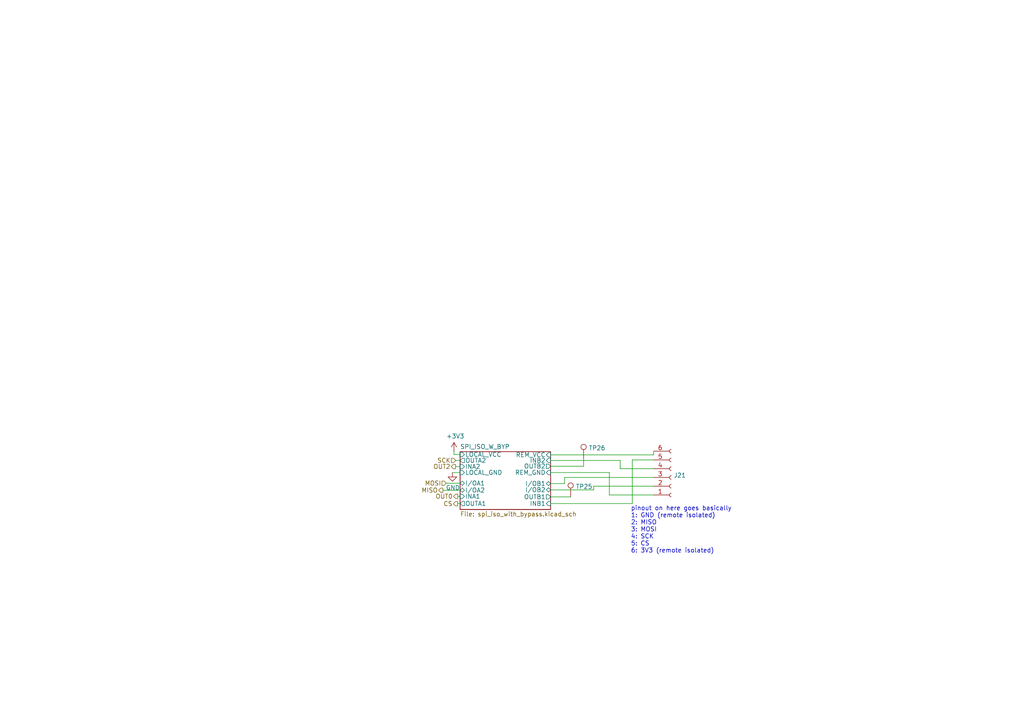
<source format=kicad_sch>
(kicad_sch (version 20211123) (generator eeschema)
  (paper "A4")
  (title_block (title "Avionics STM32 generic node") (date "2022-04-02") (rev "RC2 (Marroncino)") (company "EPFL Xplore") (comment 1 "Authors: Yassine Bakkali, Paolo Celati"))
  (lib_symbols
    (symbol "Connector:Conn_01x06_Female" (pin_names (offset 1.016) hide)
      (property "Reference" "J" (at 0 7.62 0))
      (property "Value" "Conn_01x06_Female" (at 0 -10.16 0))
      (symbol "Conn_01x06_Female_1_1"
        (arc (start 0 -7.112) (mid -0.508 -7.62) (end 0 -8.128) (stroke (width 0.1524)))
        (arc (start 0 -4.572) (mid -0.508 -5.08) (end 0 -5.588) (stroke (width 0.1524)))
        (arc (start 0 -2.032) (mid -0.508 -2.54) (end 0 -3.048) (stroke (width 0.1524)))
        (polyline (pts (xy -1.27 -7.62) (xy -0.508 -7.62)) (stroke (width 0.1524)))
        (polyline (pts (xy -1.27 -5.08) (xy -0.508 -5.08)) (stroke (width 0.1524)))
        (polyline (pts (xy -1.27 -2.54) (xy -0.508 -2.54)) (stroke (width 0.1524)))
        (polyline (pts (xy -1.27 0) (xy -0.508 0)) (stroke (width 0.1524)))
        (polyline (pts (xy -1.27 2.54) (xy -0.508 2.54)) (stroke (width 0.1524)))
        (polyline (pts (xy -1.27 5.08) (xy -0.508 5.08)) (stroke (width 0.1524)))
        (arc (start 0 0.508) (mid -0.508 0) (end 0 -0.508) (stroke (width 0.1524)))
        (arc (start 0 3.048) (mid -0.508 2.54) (end 0 2.032) (stroke (width 0.1524)))
        (arc (start 0 5.588) (mid -0.508 5.08) (end 0 4.572) (stroke (width 0.1524)))
        (pin passive line (at -5.08 5.08 0) (length 3.81) (name "Pin_1") (number "1"))
        (pin passive line (at -5.08 2.54 0) (length 3.81) (name "Pin_2") (number "2"))
        (pin passive line (at -5.08 0 0) (length 3.81) (name "Pin_3") (number "3"))
        (pin passive line (at -5.08 -2.54 0) (length 3.81) (name "Pin_4") (number "4"))
        (pin passive line (at -5.08 -5.08 0) (length 3.81) (name "Pin_5") (number "5"))
        (pin passive line (at -5.08 -7.62 0) (length 3.81) (name "Pin_6") (number "6"))
      )
    )
    (symbol "Connector:TestPoint" (pin_numbers hide) (pin_names (offset 0.762) hide)
      (property "Reference" "TP" (at 0 6.858 0))
      (property "Value" "TestPoint" (at 0 5.08 0))
      (symbol "TestPoint_0_1"
        (circle (center 0 3.302) (radius 0.762))
      )
      (symbol "TestPoint_1_1"
        (pin passive line (at 0 0 90) (length 2.54) (name "1") (number "1"))
      )
    )
    (symbol "power:+3V3" (power) (pin_names (offset 0))
      (property "Value" "+3V3" (at 0 3.556 0))
      (symbol "+3V3_0_1"
        (polyline (pts (xy -0.762 1.27) (xy 0 2.54)))
        (polyline (pts (xy 0 0) (xy 0 2.54)))
        (polyline (pts (xy 0 2.54) (xy 0.762 1.27)))
      )
      (symbol "+3V3_1_1"
        (pin power_in line (at 0 0 90) (length 0) hide (name "+3V3") (number "1"))
      )
    )
    (symbol "power:GND" (power) (pin_names (offset 0))
      (property "Value" "GND" (at 0 -3.81 0))
      (symbol "GND_0_1"
        (polyline (pts (xy 0 0) (xy 0 -1.27) (xy 1.27 -1.27) (xy 0 -2.54) (xy -1.27 -1.27) (xy 0 -1.27)))
      )
      (symbol "GND_1_1"
        (pin power_in line (at 0 0 270) (length 0) hide (name "GND") (number "1"))
      )
    )
  )
  (wire (pts (xy 183.388 146.05) (xy 159.7152 146.05)))
  (wire (pts (xy 163.7284 140.2588) (xy 159.7152 140.2588)))
  (wire (pts (xy 172.212 142.0876) (xy 172.212 141.0208)))
  (wire (pts (xy 159.7152 131.9276) (xy 189.5856 131.9276)))
  (wire (pts (xy 183.388 133.4008) (xy 183.388 146.05)))
  (wire (pts (xy 176.7332 143.5608) (xy 189.5856 143.5608)))
  (wire (pts (xy 165.5064 144.1196) (xy 159.7152 144.1196)))
  (wire (pts (xy 132.7404 146.05) (xy 132.7404 146.1008)))
  (wire (pts (xy 179.8828 135.9408) (xy 179.8828 133.5532)))
  (wire (pts (xy 176.7332 137.0584) (xy 176.7332 143.5608)))
  (wire (pts (xy 159.7152 142.0876) (xy 172.212 142.0876)))
  (wire (pts (xy 132.1816 133.5532) (xy 133.4516 133.5532)))
  (wire (pts (xy 131.6736 131.826) (xy 133.4516 131.826)))
  (wire (pts (xy 133.4516 146.05) (xy 132.7404 146.05)))
  (wire (pts (xy 132.1308 135.3312) (xy 133.4516 135.3312)))
  (wire (pts (xy 131.6736 130.9116) (xy 131.6736 131.826)))
  (wire (pts (xy 129.4384 140.1572) (xy 133.4516 140.1572)))
  (wire (pts (xy 159.7152 133.5532) (xy 179.8828 133.5532)))
  (wire (pts (xy 172.212 141.0208) (xy 189.5856 141.0208)))
  (wire (pts (xy 189.5856 131.9276) (xy 189.5856 130.8608)))
  (wire (pts (xy 131.2164 137.0584) (xy 133.4516 137.0584)))
  (wire (pts (xy 132.7912 143.9672) (xy 133.4516 143.9672)))
  (wire (pts (xy 169.2656 135.2296) (xy 159.7152 135.2296)))
  (wire (pts (xy 179.8828 135.9408) (xy 189.5856 135.9408)))
  (wire (pts (xy 169.2656 132.9436) (xy 169.2656 135.2296)))
  (wire (pts (xy 189.5856 133.4008) (xy 183.388 133.4008)))
  (wire (pts (xy 163.7284 138.4808) (xy 189.5856 138.4808)))
  (wire (pts (xy 159.7152 137.0584) (xy 176.7332 137.0584)))
  (wire (pts (xy 128.4732 142.1892) (xy 133.4516 142.1892)))
  (wire (pts (xy 163.7284 138.4808) (xy 163.7284 140.2588)))
  (text "pinout on here goes basically\n1: GND (remote isolated)\n2: MISO\n3: MOSI\n4: SCK\n5: CS\n6: 3V3 (remote isolated)" (at 182.9562 160.5788 0) (effects (font (size 1.27 1.27)) (justify left bottom)))
  (hierarchical_label "MOSI" (shape input) (at 129.4384 140.1572 180))
  (hierarchical_label "MISO" (shape output) (at 128.4732 142.1892 180))
  (hierarchical_label "SCK" (shape input) (at 132.1816 133.5532 180))
  (hierarchical_label "CS" (shape output) (at 132.7404 146.1008 180))
  (hierarchical_label "OUT0" (shape output) (at 132.7912 143.9672 180))
  (hierarchical_label "OUT2" (shape output) (at 132.1308 135.3312 180))
  (symbol (lib_id "power:+3V3") (at 131.6736 130.9116 0) (unit 1)
    (property "Reference" "#PWR0121" (effects hide))
    (property "Value" "+3V3" (at 132.0546 126.5174 0))
  )
  (symbol (lib_id "Connector:Conn_01x06_Female") (at 194.6656 138.4808 0) (mirror x) (unit 1)
    (property "Reference" "J21" (at 195.3768 137.8712 0) (effects (justify left)))
    (property "Datasheet" "https://www.digikey.ch/en/products/detail/molex/0530470610/242857" (effects hide))
  )
  (symbol (lib_id "power:GND") (at 131.2164 137.0584 0) (unit 1)
    (property "Reference" "#PWR0120" (effects hide))
    (property "Value" "GND" (at 131.3434 141.4526 0))
  )
  (symbol (lib_id "Connector:TestPoint") (at 169.2656 132.9436 0) (unit 1)
    (property "Reference" "TP26" (at 170.7388 129.9464 0) (effects (justify left)))
  )
  (symbol (lib_id "Connector:TestPoint") (at 165.5064 144.1196 0) (unit 1)
    (property "Reference" "TP25" (at 166.9796 141.1224 0) (effects (justify left)))
  )
  (sheet (at 133.4516 131.0132) (size 26.2636 16.764) (stroke (width 0.1524))
    (property "Sheet name" "SPI_ISO_W_BYP" (at 133.4516 130.3016 0) (effects (justify left bottom)))
    (property "Sheet file" "spi_iso_with_bypass.kicad_sch" (at 133.4516 148.3618 0) (effects (justify left top)))
    (pin "REM_VCC" input (at 159.7152 131.9276 0))
    (pin "REM_GND" input (at 159.7152 137.0584 0))
    (pin "LOCAL_GND" input (at 133.4516 137.0584 180))
    (pin "LOCAL_VCC" input (at 133.4516 131.826 180))
    (pin "OUTA2" output (at 133.4516 133.5532 180))
    (pin "INA2" input (at 133.4516 135.3312 180))
    (pin "OUTB2" output (at 159.7152 135.2296 0))
    (pin "INB2" input (at 159.7152 133.5532 0))
    (pin "I{slash}OA1" bidirectional (at 133.4516 140.1572 180))
    (pin "I{slash}OA2" bidirectional (at 133.4516 142.1892 180))
    (pin "INA1" input (at 133.4516 143.9672 180))
    (pin "OUTA1" output (at 133.4516 146.05 180))
    (pin "OUTB1" output (at 159.7152 144.1196 0))
    (pin "I{slash}OB2" bidirectional (at 159.7152 142.0876 0))
    (pin "I{slash}OB1" bidirectional (at 159.7152 140.2588 0))
    (pin "INB1" input (at 159.7152 146.05 0))
  )
)
</source>
